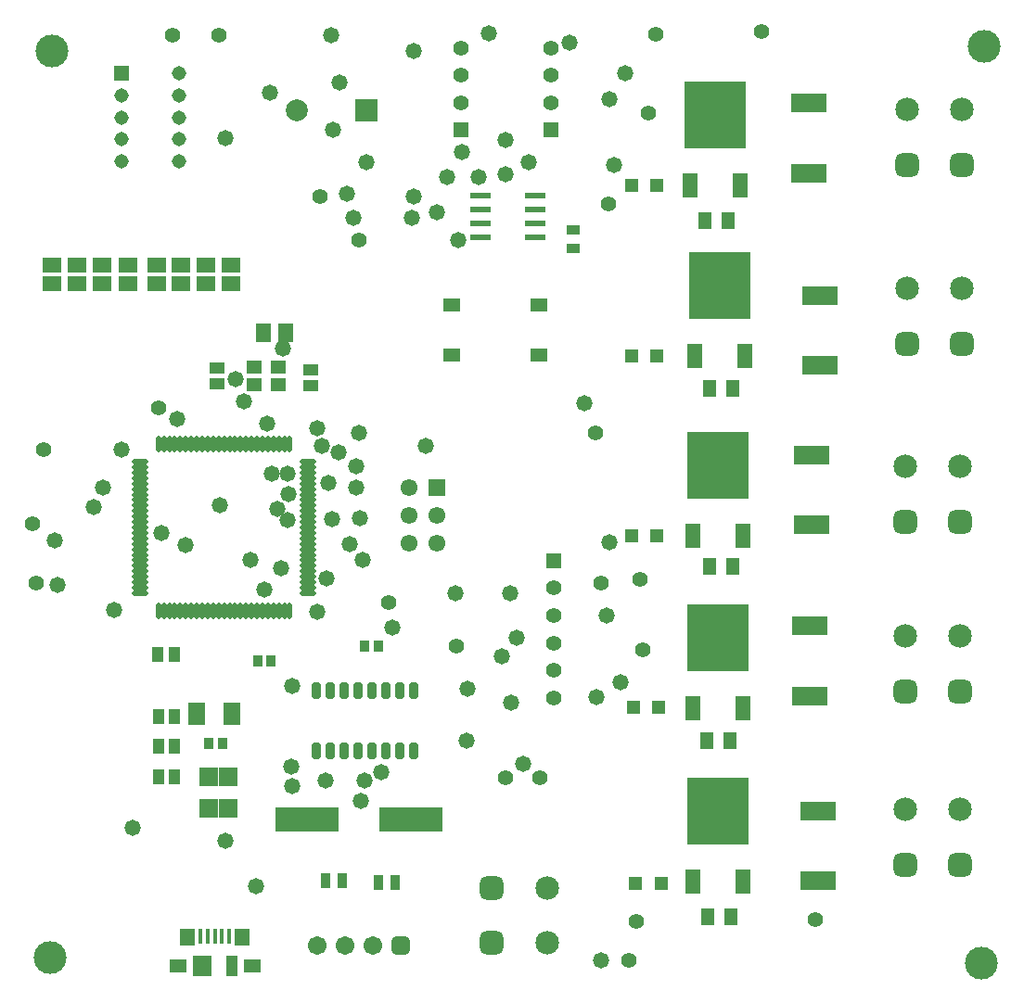
<source format=gbr>
G04*
G04 #@! TF.GenerationSoftware,Altium Limited,Altium Designer,24.6.1 (21)*
G04*
G04 Layer_Color=8388736*
%FSLAX25Y25*%
%MOIN*%
G70*
G04*
G04 #@! TF.SameCoordinates,02B8DA6F-49FF-4BAE-8194-33363A00AC8D*
G04*
G04*
G04 #@! TF.FilePolarity,Negative*
G04*
G01*
G75*
%ADD16R,0.05500X0.09000*%
%ADD17R,0.22400X0.24300*%
%ADD19R,0.04528X0.04528*%
%ADD22R,0.05151X0.03175*%
%ADD23R,0.07795X0.02087*%
%ADD25R,0.03740X0.05315*%
%ADD26R,0.06496X0.05118*%
%ADD27R,0.07087X0.07480*%
%ADD28R,0.03937X0.07480*%
%ADD29R,0.05610X0.06102*%
%ADD30R,0.01772X0.05433*%
%ADD32R,0.04152X0.05339*%
%ADD35R,0.06102X0.05118*%
%ADD36R,0.05512X0.04724*%
%ADD38R,0.05339X0.04152*%
%ADD40R,0.04750X0.05938*%
%ADD41R,0.12598X0.06772*%
%ADD42R,0.06115X0.08280*%
%ADD43C,0.05524*%
%ADD44O,0.05918X0.01784*%
%ADD45O,0.01784X0.05918*%
%ADD46R,0.22847X0.09068*%
%ADD47R,0.06706X0.06902*%
%ADD48R,0.03753X0.04343*%
G04:AMPARAMS|DCode=49|XSize=59.58mil|YSize=32.41mil|CornerRadius=7.05mil|HoleSize=0mil|Usage=FLASHONLY|Rotation=90.000|XOffset=0mil|YOffset=0mil|HoleType=Round|Shape=RoundedRectangle|*
%AMROUNDEDRECTD49*
21,1,0.05958,0.01831,0,0,90.0*
21,1,0.04547,0.03241,0,0,90.0*
1,1,0.01410,0.00915,0.02274*
1,1,0.01410,0.00915,-0.02274*
1,1,0.01410,-0.00915,-0.02274*
1,1,0.01410,-0.00915,0.02274*
%
%ADD49ROUNDEDRECTD49*%
%ADD50R,0.05524X0.06509*%
%ADD51R,0.06509X0.05328*%
G04:AMPARAMS|DCode=52|XSize=84.77mil|YSize=84.77mil|CornerRadius=23.19mil|HoleSize=0mil|Usage=FLASHONLY|Rotation=90.000|XOffset=0mil|YOffset=0mil|HoleType=Round|Shape=RoundedRectangle|*
%AMROUNDEDRECTD52*
21,1,0.08477,0.03839,0,0,90.0*
21,1,0.03839,0.08477,0,0,90.0*
1,1,0.04639,0.01919,0.01919*
1,1,0.04639,0.01919,-0.01919*
1,1,0.04639,-0.01919,-0.01919*
1,1,0.04639,-0.01919,0.01919*
%
%ADD52ROUNDEDRECTD52*%
%ADD53C,0.08477*%
%ADD54R,0.07887X0.07887*%
%ADD55C,0.07887*%
%ADD56C,0.05512*%
%ADD57R,0.05512X0.05512*%
%ADD58C,0.11800*%
%ADD59C,0.05170*%
%ADD60R,0.05170X0.05170*%
%ADD61R,0.06102X0.06102*%
%ADD62C,0.06102*%
G04:AMPARAMS|DCode=63|XSize=84.77mil|YSize=84.77mil|CornerRadius=23.19mil|HoleSize=0mil|Usage=FLASHONLY|Rotation=0.000|XOffset=0mil|YOffset=0mil|HoleType=Round|Shape=RoundedRectangle|*
%AMROUNDEDRECTD63*
21,1,0.08477,0.03839,0,0,0.0*
21,1,0.03839,0.08477,0,0,0.0*
1,1,0.04639,0.01919,-0.01919*
1,1,0.04639,-0.01919,-0.01919*
1,1,0.04639,-0.01919,0.01919*
1,1,0.04639,0.01919,0.01919*
%
%ADD63ROUNDEDRECTD63*%
%ADD64C,0.06706*%
G04:AMPARAMS|DCode=65|XSize=67.06mil|YSize=67.06mil|CornerRadius=18.76mil|HoleSize=0mil|Usage=FLASHONLY|Rotation=0.000|XOffset=0mil|YOffset=0mil|HoleType=Round|Shape=RoundedRectangle|*
%AMROUNDEDRECTD65*
21,1,0.06706,0.02953,0,0,0.0*
21,1,0.02953,0.06706,0,0,0.0*
1,1,0.03753,0.01476,-0.01476*
1,1,0.03753,-0.01476,-0.01476*
1,1,0.03753,-0.01476,0.01476*
1,1,0.03753,0.01476,0.01476*
%
%ADD65ROUNDEDRECTD65*%
%ADD66C,0.05800*%
D16*
X603500Y202008D02*
D03*
X585500D02*
D03*
Y139768D02*
D03*
X603500D02*
D03*
X585500Y264150D02*
D03*
X603500D02*
D03*
X586037Y328650D02*
D03*
X604037D02*
D03*
X584537Y390150D02*
D03*
X602537D02*
D03*
D17*
X594500Y227358D02*
D03*
Y165118D02*
D03*
Y289500D02*
D03*
X595037Y354000D02*
D03*
X593537Y415500D02*
D03*
D19*
X572626Y390150D02*
D03*
X563374D02*
D03*
X564000Y202500D02*
D03*
X573252D02*
D03*
X564874Y139000D02*
D03*
X574126D02*
D03*
X563374Y328650D02*
D03*
X572626D02*
D03*
Y264000D02*
D03*
X563374D02*
D03*
D22*
X542500Y374000D02*
D03*
Y367300D02*
D03*
D23*
X528705Y386500D02*
D03*
Y381500D02*
D03*
Y376500D02*
D03*
Y371500D02*
D03*
X509295D02*
D03*
Y376500D02*
D03*
Y381500D02*
D03*
Y386500D02*
D03*
D25*
X453500Y140000D02*
D03*
X459405D02*
D03*
X478453Y139500D02*
D03*
X472547D02*
D03*
D26*
X400425Y109500D02*
D03*
X427000D02*
D03*
D27*
X409185D02*
D03*
D28*
X419815D02*
D03*
D29*
X403919Y119638D02*
D03*
X423506D02*
D03*
D30*
X408594Y119972D02*
D03*
X411154D02*
D03*
X413713D02*
D03*
X416272D02*
D03*
X418831D02*
D03*
D32*
X399283Y188205D02*
D03*
X393569D02*
D03*
X399283Y199000D02*
D03*
X393569D02*
D03*
X399000Y221500D02*
D03*
X393285D02*
D03*
X399283Y177236D02*
D03*
X393569D02*
D03*
D35*
X530150Y329142D02*
D03*
X498850D02*
D03*
X530150Y346858D02*
D03*
X498850D02*
D03*
D36*
X436331Y324650D02*
D03*
X427669D02*
D03*
Y318350D02*
D03*
X436331D02*
D03*
D38*
X448059Y323838D02*
D03*
Y318123D02*
D03*
X414500Y318643D02*
D03*
Y324357D02*
D03*
D40*
X598637Y190500D02*
D03*
X590363D02*
D03*
X599637Y253000D02*
D03*
X591363D02*
D03*
X598174Y377500D02*
D03*
X589899D02*
D03*
X599137Y127000D02*
D03*
X590863D02*
D03*
X591363Y317000D02*
D03*
X599637D02*
D03*
D41*
X627037Y394382D02*
D03*
Y419618D02*
D03*
X627500Y206382D02*
D03*
Y231618D02*
D03*
X630500Y139882D02*
D03*
Y165118D02*
D03*
X628000Y293118D02*
D03*
Y267882D02*
D03*
X631000Y350500D02*
D03*
Y325264D02*
D03*
D42*
X419894Y200000D02*
D03*
X407295D02*
D03*
D43*
X572000Y444500D02*
D03*
X629500Y126000D02*
D03*
X566500Y248500D02*
D03*
X567500Y223000D02*
D03*
X565000Y125500D02*
D03*
X555000Y383500D02*
D03*
X550500Y301000D02*
D03*
X518000Y177000D02*
D03*
X530500D02*
D03*
X552500Y247000D02*
D03*
X451500Y386000D02*
D03*
X610000Y445500D02*
D03*
X476000Y240000D02*
D03*
X500500Y224500D02*
D03*
X569500Y416000D02*
D03*
X393500Y310000D02*
D03*
X352000Y295000D02*
D03*
X562500Y111500D02*
D03*
X415000Y444000D02*
D03*
X398500D02*
D03*
X348000Y268500D02*
D03*
X465500Y370500D02*
D03*
X349500Y247000D02*
D03*
D44*
X447118Y243378D02*
D03*
Y245346D02*
D03*
Y247315D02*
D03*
Y249283D02*
D03*
Y251252D02*
D03*
Y253220D02*
D03*
Y255189D02*
D03*
Y257157D02*
D03*
Y259126D02*
D03*
Y261094D02*
D03*
Y263063D02*
D03*
Y265032D02*
D03*
Y267000D02*
D03*
Y268969D02*
D03*
Y270937D02*
D03*
Y272906D02*
D03*
Y274874D02*
D03*
Y276843D02*
D03*
Y278811D02*
D03*
Y280780D02*
D03*
Y282748D02*
D03*
Y284717D02*
D03*
Y286685D02*
D03*
Y288654D02*
D03*
Y290622D02*
D03*
X386882D02*
D03*
Y288654D02*
D03*
Y286685D02*
D03*
Y284717D02*
D03*
Y282748D02*
D03*
Y280780D02*
D03*
Y278811D02*
D03*
Y276843D02*
D03*
Y274874D02*
D03*
Y272906D02*
D03*
Y270937D02*
D03*
Y268969D02*
D03*
Y267000D02*
D03*
Y265032D02*
D03*
Y263063D02*
D03*
Y261094D02*
D03*
Y259126D02*
D03*
Y257157D02*
D03*
Y255189D02*
D03*
Y253220D02*
D03*
Y251252D02*
D03*
Y249283D02*
D03*
Y247315D02*
D03*
Y245346D02*
D03*
Y243378D02*
D03*
D45*
X440622Y297118D02*
D03*
X438654D02*
D03*
X436685D02*
D03*
X434717D02*
D03*
X432748D02*
D03*
X430780D02*
D03*
X428811D02*
D03*
X426843D02*
D03*
X424874D02*
D03*
X422906D02*
D03*
X420937D02*
D03*
X418969D02*
D03*
X417000D02*
D03*
X415032D02*
D03*
X413063D02*
D03*
X411094D02*
D03*
X409126D02*
D03*
X407157D02*
D03*
X405189D02*
D03*
X403220D02*
D03*
X401252D02*
D03*
X399283D02*
D03*
X397315D02*
D03*
X395346D02*
D03*
X393378D02*
D03*
Y236882D02*
D03*
X395346D02*
D03*
X397315D02*
D03*
X399283D02*
D03*
X401252D02*
D03*
X403220D02*
D03*
X405189D02*
D03*
X407157D02*
D03*
X409126D02*
D03*
X411094D02*
D03*
X413063D02*
D03*
X415032D02*
D03*
X417000D02*
D03*
X418969D02*
D03*
X420937D02*
D03*
X422906D02*
D03*
X424874D02*
D03*
X426843D02*
D03*
X428811D02*
D03*
X430780D02*
D03*
X432748D02*
D03*
X434717D02*
D03*
X436685D02*
D03*
X438654D02*
D03*
X440622D02*
D03*
D46*
X484201Y162000D02*
D03*
X446799D02*
D03*
D47*
X411413Y166000D02*
D03*
X418500D02*
D03*
X411413Y177236D02*
D03*
X418500D02*
D03*
D48*
X433961Y219000D02*
D03*
X429039D02*
D03*
X472500Y224500D02*
D03*
X467579D02*
D03*
X416421Y189500D02*
D03*
X411500D02*
D03*
D49*
X450177Y208327D02*
D03*
X455177D02*
D03*
X485177Y186673D02*
D03*
X480177Y208327D02*
D03*
Y186673D02*
D03*
X470177D02*
D03*
X485177Y208327D02*
D03*
X475177Y186673D02*
D03*
Y208327D02*
D03*
X470177D02*
D03*
X460177D02*
D03*
X465177Y186673D02*
D03*
X460177D02*
D03*
X450177D02*
D03*
X465177Y208327D02*
D03*
X455177Y186673D02*
D03*
D50*
X439000Y337000D02*
D03*
X431126D02*
D03*
D51*
X410437Y354555D02*
D03*
Y361445D02*
D03*
X419311Y354555D02*
D03*
Y361445D02*
D03*
X401563Y354555D02*
D03*
Y361445D02*
D03*
X355252Y354555D02*
D03*
Y361445D02*
D03*
X364126Y354555D02*
D03*
Y361445D02*
D03*
X373000Y354555D02*
D03*
Y361445D02*
D03*
X382567Y354555D02*
D03*
Y361445D02*
D03*
X392689Y354555D02*
D03*
Y361445D02*
D03*
D52*
X681493Y208129D02*
D03*
X661808D02*
D03*
Y268905D02*
D03*
X681493D02*
D03*
X682030Y333129D02*
D03*
X662345D02*
D03*
X682030Y397405D02*
D03*
X662345D02*
D03*
X681493Y145629D02*
D03*
X661808D02*
D03*
D53*
X681493Y228129D02*
D03*
X661808D02*
D03*
Y288905D02*
D03*
X681493D02*
D03*
X682030Y353129D02*
D03*
X662345D02*
D03*
X682030Y417405D02*
D03*
X662345D02*
D03*
X533276Y117642D02*
D03*
Y137327D02*
D03*
X681493Y165629D02*
D03*
X661808D02*
D03*
D54*
X468000Y417000D02*
D03*
D55*
X443000D02*
D03*
D56*
X534500Y439500D02*
D03*
Y429658D02*
D03*
Y419815D02*
D03*
X502000Y439500D02*
D03*
Y429658D02*
D03*
Y419815D02*
D03*
X535500Y205815D02*
D03*
Y215657D02*
D03*
Y225500D02*
D03*
Y235343D02*
D03*
Y245185D02*
D03*
D57*
X534500Y409972D02*
D03*
X502000D02*
D03*
X535500Y255028D02*
D03*
D58*
X354500Y112500D02*
D03*
X689000Y110500D02*
D03*
X690000Y440000D02*
D03*
X355000Y438500D02*
D03*
D59*
X400933Y398752D02*
D03*
Y406626D02*
D03*
Y414500D02*
D03*
Y422374D02*
D03*
Y430248D02*
D03*
X380067Y398752D02*
D03*
Y406626D02*
D03*
Y414500D02*
D03*
Y422374D02*
D03*
D60*
Y430248D02*
D03*
D61*
X493441Y281201D02*
D03*
D62*
Y271201D02*
D03*
Y261201D02*
D03*
X483441Y281201D02*
D03*
Y271201D02*
D03*
Y261201D02*
D03*
D63*
X513276Y117642D02*
D03*
Y137327D02*
D03*
D64*
X450500Y116681D02*
D03*
X460500D02*
D03*
X470500D02*
D03*
D65*
X480500D02*
D03*
D66*
X485000Y386000D02*
D03*
X493541Y380500D02*
D03*
X485000Y438500D02*
D03*
X500000Y243500D02*
D03*
X519874D02*
D03*
X455500Y444000D02*
D03*
X458500Y427000D02*
D03*
X438275Y331225D02*
D03*
X468000Y398500D02*
D03*
X456000Y410000D02*
D03*
X557000Y397500D02*
D03*
X541000Y441500D02*
D03*
X461000Y387000D02*
D03*
X477500Y231000D02*
D03*
X554500Y235500D02*
D03*
X504500Y209000D02*
D03*
X504000Y190500D02*
D03*
X524500Y182000D02*
D03*
X356000Y262500D02*
D03*
X433500Y423500D02*
D03*
X424000Y312500D02*
D03*
X415375Y274925D02*
D03*
X380000Y295000D02*
D03*
X400000Y306000D02*
D03*
X552500Y111500D02*
D03*
X426500Y255500D02*
D03*
X357000Y246500D02*
D03*
X421000Y320357D02*
D03*
X431525Y244525D02*
D03*
X437500Y252500D02*
D03*
X439900Y286181D02*
D03*
X440200Y279000D02*
D03*
X464500Y281500D02*
D03*
Y289000D02*
D03*
X454500Y283000D02*
D03*
X465500Y301000D02*
D03*
X458000Y294050D02*
D03*
X450500Y302758D02*
D03*
X484500Y378500D02*
D03*
X501000Y370500D02*
D03*
X497000Y393000D02*
D03*
X508500D02*
D03*
X518000Y394000D02*
D03*
X526500Y398500D02*
D03*
X502500Y402000D02*
D03*
X518000Y406500D02*
D03*
X436301Y273714D02*
D03*
X439900Y269555D02*
D03*
X453658Y248642D02*
D03*
X450364Y236564D02*
D03*
X465700Y270400D02*
D03*
X466900Y255300D02*
D03*
X455900Y269900D02*
D03*
X489500Y296500D02*
D03*
X473500Y179000D02*
D03*
X463500Y378500D02*
D03*
X373437Y281500D02*
D03*
X441500Y210000D02*
D03*
X377500Y237500D02*
D03*
X452004Y296486D02*
D03*
X441000Y181000D02*
D03*
X441500Y174000D02*
D03*
X453500Y176000D02*
D03*
X417500Y407100D02*
D03*
X555382Y421100D02*
D03*
X546524Y311800D02*
D03*
X512200Y444700D02*
D03*
X520300Y203878D02*
D03*
X516800Y220600D02*
D03*
X550900Y206100D02*
D03*
X522200Y227500D02*
D03*
X462000Y261000D02*
D03*
X394435Y265032D02*
D03*
X403100Y260600D02*
D03*
X434300Y286400D02*
D03*
X428500Y138000D02*
D03*
X370000Y274500D02*
D03*
X384000Y159000D02*
D03*
X467500Y176000D02*
D03*
X417500Y154500D02*
D03*
X432400Y304400D02*
D03*
X466225Y168725D02*
D03*
X555582Y261718D02*
D03*
X559400Y211200D02*
D03*
X561100Y430200D02*
D03*
M02*

</source>
